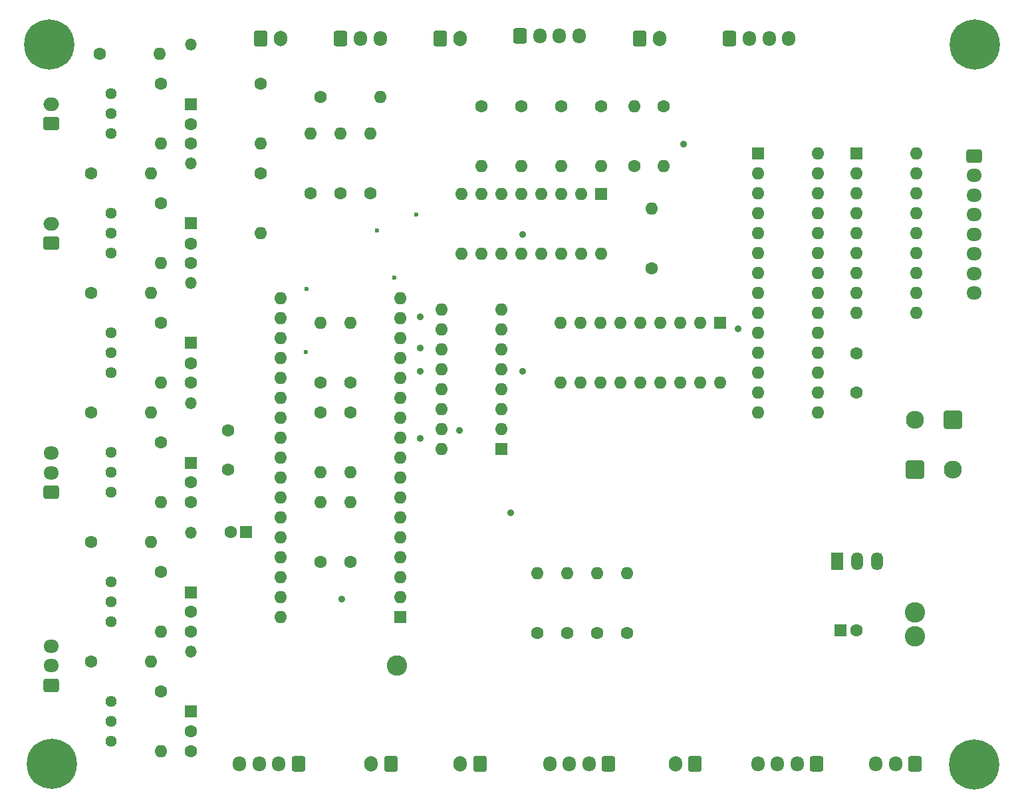
<source format=gbr>
%TF.GenerationSoftware,KiCad,Pcbnew,8.0.8-8.0.8-0~ubuntu24.04.1*%
%TF.CreationDate,2025-02-11T18:51:58+00:00*%
%TF.ProjectId,kicad-all-band-amp,6b696361-642d-4616-9c6c-2d62616e642d,rev?*%
%TF.SameCoordinates,Original*%
%TF.FileFunction,Copper,L3,Inr*%
%TF.FilePolarity,Positive*%
%FSLAX46Y46*%
G04 Gerber Fmt 4.6, Leading zero omitted, Abs format (unit mm)*
G04 Created by KiCad (PCBNEW 8.0.8-8.0.8-0~ubuntu24.04.1) date 2025-02-11 18:51:58*
%MOMM*%
%LPD*%
G01*
G04 APERTURE LIST*
G04 Aperture macros list*
%AMRoundRect*
0 Rectangle with rounded corners*
0 $1 Rounding radius*
0 $2 $3 $4 $5 $6 $7 $8 $9 X,Y pos of 4 corners*
0 Add a 4 corners polygon primitive as box body*
4,1,4,$2,$3,$4,$5,$6,$7,$8,$9,$2,$3,0*
0 Add four circle primitives for the rounded corners*
1,1,$1+$1,$2,$3*
1,1,$1+$1,$4,$5*
1,1,$1+$1,$6,$7*
1,1,$1+$1,$8,$9*
0 Add four rect primitives between the rounded corners*
20,1,$1+$1,$2,$3,$4,$5,0*
20,1,$1+$1,$4,$5,$6,$7,0*
20,1,$1+$1,$6,$7,$8,$9,0*
20,1,$1+$1,$8,$9,$2,$3,0*%
G04 Aperture macros list end*
%TA.AperFunction,ComponentPad*%
%ADD10R,1.600000X1.600000*%
%TD*%
%TA.AperFunction,ComponentPad*%
%ADD11O,1.600000X1.600000*%
%TD*%
%TA.AperFunction,ComponentPad*%
%ADD12C,1.440000*%
%TD*%
%TA.AperFunction,ComponentPad*%
%ADD13R,1.500000X1.500000*%
%TD*%
%TA.AperFunction,ComponentPad*%
%ADD14O,1.500000X1.500000*%
%TD*%
%TA.AperFunction,ComponentPad*%
%ADD15C,1.600000*%
%TD*%
%TA.AperFunction,ComponentPad*%
%ADD16RoundRect,0.250000X-0.600000X-0.725000X0.600000X-0.725000X0.600000X0.725000X-0.600000X0.725000X0*%
%TD*%
%TA.AperFunction,ComponentPad*%
%ADD17O,1.700000X1.950000*%
%TD*%
%TA.AperFunction,ComponentPad*%
%ADD18RoundRect,0.250000X0.750000X-0.600000X0.750000X0.600000X-0.750000X0.600000X-0.750000X-0.600000X0*%
%TD*%
%TA.AperFunction,ComponentPad*%
%ADD19O,2.000000X1.700000*%
%TD*%
%TA.AperFunction,ComponentPad*%
%ADD20RoundRect,0.250000X0.600000X0.750000X-0.600000X0.750000X-0.600000X-0.750000X0.600000X-0.750000X0*%
%TD*%
%TA.AperFunction,ComponentPad*%
%ADD21O,1.700000X2.000000*%
%TD*%
%TA.AperFunction,ComponentPad*%
%ADD22RoundRect,0.250000X0.725000X-0.600000X0.725000X0.600000X-0.725000X0.600000X-0.725000X-0.600000X0*%
%TD*%
%TA.AperFunction,ComponentPad*%
%ADD23O,1.950000X1.700000*%
%TD*%
%TA.AperFunction,ComponentPad*%
%ADD24RoundRect,0.250000X-0.600000X-0.750000X0.600000X-0.750000X0.600000X0.750000X-0.600000X0.750000X0*%
%TD*%
%TA.AperFunction,ComponentPad*%
%ADD25C,0.800000*%
%TD*%
%TA.AperFunction,ComponentPad*%
%ADD26C,6.400000*%
%TD*%
%TA.AperFunction,ComponentPad*%
%ADD27R,1.500000X2.300000*%
%TD*%
%TA.AperFunction,ComponentPad*%
%ADD28O,1.500000X2.300000*%
%TD*%
%TA.AperFunction,ComponentPad*%
%ADD29RoundRect,0.250000X0.600000X0.725000X-0.600000X0.725000X-0.600000X-0.725000X0.600000X-0.725000X0*%
%TD*%
%TA.AperFunction,ComponentPad*%
%ADD30C,2.600000*%
%TD*%
%TA.AperFunction,ComponentPad*%
%ADD31RoundRect,0.250000X-0.725000X0.600000X-0.725000X-0.600000X0.725000X-0.600000X0.725000X0.600000X0*%
%TD*%
%TA.AperFunction,ComponentPad*%
%ADD32RoundRect,0.250001X-0.899999X-0.899999X0.899999X-0.899999X0.899999X0.899999X-0.899999X0.899999X0*%
%TD*%
%TA.AperFunction,ComponentPad*%
%ADD33C,2.300000*%
%TD*%
%TA.AperFunction,ComponentPad*%
%ADD34RoundRect,0.250001X0.899999X0.899999X-0.899999X0.899999X-0.899999X-0.899999X0.899999X-0.899999X0*%
%TD*%
%TA.AperFunction,ViaPad*%
%ADD35C,0.900000*%
%TD*%
%TA.AperFunction,ViaPad*%
%ADD36C,0.600000*%
%TD*%
G04 APERTURE END LIST*
D10*
%TO.N,Net-(U2-GPB7)*%
%TO.C,U5*%
X162700000Y-83820000D03*
D11*
X160160000Y-83820000D03*
%TO.N,Net-(U2-GPB6)*%
X157620000Y-83820000D03*
X155080000Y-83820000D03*
%TO.N,Net-(U2-GPB5)*%
X152540000Y-83820000D03*
X150000000Y-83820000D03*
%TO.N,Net-(U2-GPB4)*%
X147460000Y-83820000D03*
X144920000Y-83820000D03*
%TO.N,VPP*%
X142380000Y-83820000D03*
%TO.N,GND*%
X142380000Y-91440000D03*
%TO.N,Net-(J13-Pin_4)*%
X144920000Y-91440000D03*
X147460000Y-91440000D03*
%TO.N,Net-(J13-Pin_3)*%
X150000000Y-91440000D03*
X152540000Y-91440000D03*
%TO.N,Net-(J13-Pin_2)*%
X155080000Y-91440000D03*
X157620000Y-91440000D03*
%TO.N,Net-(J13-Pin_1)*%
X160160000Y-91440000D03*
X162700000Y-91440000D03*
%TD*%
D12*
%TO.N,/RF_LEVEL*%
%TO.C,RV6*%
X85090000Y-54610000D03*
%TO.N,/A4*%
X85090000Y-57150000D03*
%TO.N,GND*%
X85090000Y-59690000D03*
%TD*%
D13*
%TO.N,/A4*%
%TO.C,D6*%
X95250000Y-55885000D03*
D14*
%TO.N,GND*%
X95250000Y-48265000D03*
%TD*%
D15*
%TO.N,Net-(J7-Pin_4)*%
%TO.C,R16*%
X147500000Y-56190000D03*
D11*
%TO.N,Net-(R16-Pad2)*%
X147500000Y-63810000D03*
%TD*%
D16*
%TO.N,GND*%
%TO.C,J6*%
X114380000Y-47500000D03*
D17*
%TO.N,/A2*%
X116880000Y-47500000D03*
%TO.N,+5V*%
X119380000Y-47500000D03*
%TD*%
D15*
%TO.N,/A4*%
%TO.C,C6*%
X95250000Y-58460000D03*
%TO.N,GND*%
X95250000Y-60960000D03*
%TD*%
%TO.N,/currrent*%
%TO.C,R5*%
X82550000Y-64770000D03*
D11*
%TO.N,/A5*%
X90170000Y-64770000D03*
%TD*%
D15*
%TO.N,+5V*%
%TO.C,C9*%
X100000000Y-102500000D03*
%TO.N,GND*%
X100000000Y-97500000D03*
%TD*%
D13*
%TO.N,/A6*%
%TO.C,D2*%
X95250000Y-86360000D03*
D14*
%TO.N,GND*%
X95250000Y-78740000D03*
%TD*%
D18*
%TO.N,GND*%
%TO.C,J4*%
X77470000Y-58420000D03*
D19*
%TO.N,/RF_LEVEL*%
X77470000Y-55920000D03*
%TD*%
D20*
%TO.N,Net-(A1-RXD2)*%
%TO.C,J14*%
X132100000Y-140000000D03*
D21*
%TO.N,Net-(A1-TXD2)*%
X129600000Y-140000000D03*
%TD*%
D15*
%TO.N,/A26*%
%TO.C,R8*%
X91440000Y-115570000D03*
D11*
%TO.N,GND*%
X91440000Y-123190000D03*
%TD*%
D22*
%TO.N,GND*%
%TO.C,J2*%
X77500000Y-105410000D03*
D23*
%TO.N,/REV2*%
X77500000Y-102910000D03*
%TO.N,/FWD2*%
X77500000Y-100410000D03*
%TD*%
D15*
%TO.N,/A5*%
%TO.C,C3*%
X95250000Y-73700000D03*
%TO.N,GND*%
X95250000Y-76200000D03*
%TD*%
D24*
%TO.N,GND*%
%TO.C,J17*%
X127040000Y-47500000D03*
D21*
%TO.N,/PWM*%
X129540000Y-47500000D03*
%TD*%
D25*
%TO.N,GND*%
%TO.C,H1*%
X192600000Y-140100000D03*
X193302944Y-138402944D03*
X193302944Y-141797056D03*
X195000000Y-137700000D03*
D26*
X195000000Y-140100000D03*
D25*
X195000000Y-142500000D03*
X196697056Y-138402944D03*
X196697056Y-141797056D03*
X197400000Y-140100000D03*
%TD*%
D13*
%TO.N,/A7*%
%TO.C,D1*%
X95250000Y-101605000D03*
D14*
%TO.N,GND*%
X95250000Y-93985000D03*
%TD*%
D16*
%TO.N,Net-(J7-Pin_1)*%
%TO.C,J7*%
X137220000Y-47200000D03*
D17*
%TO.N,Net-(J7-Pin_2)*%
X139720000Y-47200000D03*
%TO.N,Net-(J7-Pin_3)*%
X142220000Y-47200000D03*
%TO.N,Net-(J7-Pin_4)*%
X144720000Y-47200000D03*
%TD*%
D27*
%TO.N,VD*%
%TO.C,U6*%
X177553000Y-114207500D03*
D28*
%TO.N,GND*%
X180093000Y-114207500D03*
%TO.N,+5F*%
X182633000Y-114207500D03*
%TD*%
D15*
%TO.N,/D8*%
%TO.C,R30*%
X115570000Y-95250000D03*
D11*
%TO.N,+5V*%
X115570000Y-102870000D03*
%TD*%
D10*
%TO.N,Net-(U2-GPA7)*%
%TO.C,U4*%
X180000000Y-62230000D03*
D11*
%TO.N,Net-(U2-GPA6)*%
X180000000Y-64770000D03*
%TO.N,Net-(U2-GPA5)*%
X180000000Y-67310000D03*
%TO.N,Net-(U2-GPA4)*%
X180000000Y-69850000D03*
%TO.N,Net-(U2-GPA3)*%
X180000000Y-72390000D03*
%TO.N,Net-(U2-GPA2)*%
X180000000Y-74930000D03*
%TO.N,Net-(U2-GPA1)*%
X180000000Y-77470000D03*
%TO.N,Net-(U2-GPA0)*%
X180000000Y-80010000D03*
%TO.N,VCC*%
X180000000Y-82550000D03*
%TO.N,GND*%
X187620000Y-82550000D03*
%TO.N,Net-(J11-Pin_8)*%
X187620000Y-80010000D03*
%TO.N,Net-(J11-Pin_7)*%
X187620000Y-77470000D03*
%TO.N,Net-(J11-Pin_6)*%
X187620000Y-74930000D03*
%TO.N,Net-(J11-Pin_5)*%
X187620000Y-72390000D03*
%TO.N,Net-(J11-Pin_4)*%
X187620000Y-69850000D03*
%TO.N,Net-(J11-Pin_3)*%
X187620000Y-67310000D03*
%TO.N,Net-(J11-Pin_2)*%
X187620000Y-64770000D03*
%TO.N,Net-(J11-Pin_1)*%
X187620000Y-62230000D03*
%TD*%
D15*
%TO.N,Net-(J7-Pin_1)*%
%TO.C,R19*%
X132260000Y-56190000D03*
D11*
%TO.N,Net-(R19-Pad2)*%
X132260000Y-63810000D03*
%TD*%
D13*
%TO.N,/A5*%
%TO.C,D3*%
X95250000Y-71120000D03*
D14*
%TO.N,GND*%
X95250000Y-63500000D03*
%TD*%
D29*
%TO.N,GND*%
%TO.C,J19*%
X187500000Y-140000000D03*
D17*
%TO.N,VCC*%
X185000000Y-140000000D03*
%TO.N,+5F*%
X182500000Y-140000000D03*
%TD*%
D15*
%TO.N,/D12*%
%TO.C,R20*%
X154000000Y-76810000D03*
D11*
%TO.N,+5V*%
X154000000Y-69190000D03*
%TD*%
D29*
%TO.N,Net-(J13-Pin_1)*%
%TO.C,J13*%
X175000000Y-140000000D03*
D17*
%TO.N,Net-(J13-Pin_2)*%
X172500000Y-140000000D03*
%TO.N,Net-(J13-Pin_3)*%
X170000000Y-140000000D03*
%TO.N,Net-(J13-Pin_4)*%
X167500000Y-140000000D03*
%TD*%
D29*
%TO.N,GND*%
%TO.C,J9*%
X109000000Y-140000000D03*
D17*
%TO.N,/SDA*%
X106500000Y-140000000D03*
%TO.N,/SCL*%
X104000000Y-140000000D03*
%TO.N,+5V*%
X101500000Y-140000000D03*
%TD*%
D30*
%TO.N,Net-(A1-UDPI)*%
%TO.C,J18*%
X121500000Y-127500000D03*
%TD*%
D15*
%TO.N,/D9*%
%TO.C,R31*%
X111760000Y-95250000D03*
D11*
%TO.N,+5V*%
X111760000Y-102870000D03*
%TD*%
D15*
%TO.N,/A11*%
%TO.C,R14*%
X104140000Y-64770000D03*
D11*
%TO.N,GND*%
X104140000Y-72390000D03*
%TD*%
D15*
%TO.N,/RF_LEVEL*%
%TO.C,R11*%
X83690000Y-49530000D03*
D11*
%TO.N,/A4*%
X91310000Y-49530000D03*
%TD*%
D15*
%TO.N,/D23*%
%TO.C,R21*%
X118110000Y-67310000D03*
D11*
%TO.N,+5V*%
X118110000Y-59690000D03*
%TD*%
D15*
%TO.N,/A24*%
%TO.C,R10*%
X91440000Y-130810000D03*
D11*
%TO.N,GND*%
X91440000Y-138430000D03*
%TD*%
D15*
%TO.N,Net-(J10-Pin_2)*%
%TO.C,R28*%
X147000000Y-123310000D03*
D11*
%TO.N,Net-(R28-Pad2)*%
X147000000Y-115690000D03*
%TD*%
D24*
%TO.N,GND*%
%TO.C,J16*%
X152440000Y-47500000D03*
D21*
%TO.N,Net-(J16-Pin_2)*%
X154940000Y-47500000D03*
%TD*%
D15*
%TO.N,/A2*%
%TO.C,R15*%
X111760000Y-55000000D03*
D11*
%TO.N,+5V*%
X119380000Y-55000000D03*
%TD*%
D20*
%TO.N,GND*%
%TO.C,J8*%
X159500000Y-140000000D03*
D21*
%TO.N,VCC*%
X157000000Y-140000000D03*
%TD*%
D13*
%TO.N,/A26*%
%TO.C,D4*%
X95250000Y-118115000D03*
D14*
%TO.N,GND*%
X95250000Y-110495000D03*
%TD*%
D15*
%TO.N,/A26*%
%TO.C,C4*%
X95250000Y-120650000D03*
%TO.N,GND*%
X95250000Y-123150000D03*
%TD*%
D12*
%TO.N,/currrent*%
%TO.C,RV3*%
X85090000Y-69850000D03*
%TO.N,/A5*%
X85090000Y-72390000D03*
%TO.N,GND*%
X85090000Y-74930000D03*
%TD*%
D31*
%TO.N,Net-(J11-Pin_1)*%
%TO.C,J11*%
X195000000Y-62500000D03*
D23*
%TO.N,Net-(J11-Pin_2)*%
X195000000Y-65000000D03*
%TO.N,Net-(J11-Pin_3)*%
X195000000Y-67500000D03*
%TO.N,Net-(J11-Pin_4)*%
X195000000Y-70000000D03*
%TO.N,Net-(J11-Pin_5)*%
X195000000Y-72500000D03*
%TO.N,Net-(J11-Pin_6)*%
X195000000Y-75000000D03*
%TO.N,Net-(J11-Pin_7)*%
X195000000Y-77500000D03*
%TO.N,Net-(J11-Pin_8)*%
X195000000Y-80000000D03*
%TD*%
D10*
%TO.N,Net-(R16-Pad2)*%
%TO.C,U1*%
X147500000Y-67380000D03*
D11*
%TO.N,GND*%
X144960000Y-67380000D03*
%TO.N,Net-(R17-Pad2)*%
X142420000Y-67380000D03*
%TO.N,GND*%
X139880000Y-67380000D03*
%TO.N,Net-(R18-Pad2)*%
X137340000Y-67380000D03*
%TO.N,GND*%
X134800000Y-67380000D03*
%TO.N,Net-(R19-Pad2)*%
X132260000Y-67380000D03*
%TO.N,GND*%
X129720000Y-67380000D03*
X129720000Y-75000000D03*
%TO.N,/D15*%
X132260000Y-75000000D03*
%TO.N,GND*%
X134800000Y-75000000D03*
%TO.N,/D14*%
X137340000Y-75000000D03*
%TO.N,GND*%
X139880000Y-75000000D03*
%TO.N,/D23*%
X142420000Y-75000000D03*
%TO.N,GND*%
X144960000Y-75000000D03*
%TO.N,/D12*%
X147500000Y-75000000D03*
%TD*%
D15*
%TO.N,/50V_IN*%
%TO.C,R13*%
X104140000Y-53340000D03*
D11*
%TO.N,/A11*%
X104140000Y-60960000D03*
%TD*%
D15*
%TO.N,/A6*%
%TO.C,R4*%
X91440000Y-83820000D03*
D11*
%TO.N,GND*%
X91440000Y-91440000D03*
%TD*%
D15*
%TO.N,Net-(J10-Pin_4)*%
%TO.C,R26*%
X139380000Y-123310000D03*
D11*
%TO.N,Net-(R26-Pad2)*%
X139380000Y-115690000D03*
%TD*%
D12*
%TO.N,/REV2*%
%TO.C,RV2*%
X85090000Y-85090000D03*
%TO.N,/A6*%
X85090000Y-87630000D03*
%TO.N,GND*%
X85090000Y-90170000D03*
%TD*%
D15*
%TO.N,/A24*%
%TO.C,C5*%
X95250000Y-135890000D03*
%TO.N,GND*%
X95250000Y-138390000D03*
%TD*%
D20*
%TO.N,Net-(A1-RXD0)*%
%TO.C,J15*%
X120750000Y-140000000D03*
D21*
%TO.N,Net-(A1-TXD0)*%
X118250000Y-140000000D03*
%TD*%
D25*
%TO.N,GND*%
%TO.C,H2*%
X75200000Y-140000000D03*
X75902944Y-138302944D03*
X75902944Y-141697056D03*
X77600000Y-137600000D03*
D26*
X77600000Y-140000000D03*
D25*
X77600000Y-142400000D03*
X79297056Y-138302944D03*
X79297056Y-141697056D03*
X80000000Y-140000000D03*
%TD*%
D15*
%TO.N,/REV2*%
%TO.C,R3*%
X82550000Y-80010000D03*
D11*
%TO.N,/A6*%
X90170000Y-80010000D03*
%TD*%
D16*
%TO.N,Net-(J12-Pin_1)*%
%TO.C,J12*%
X163910000Y-47500000D03*
D17*
%TO.N,Net-(J12-Pin_2)*%
X166410000Y-47500000D03*
%TO.N,Net-(J12-Pin_3)*%
X168910000Y-47500000D03*
%TO.N,Net-(J12-Pin_4)*%
X171410000Y-47500000D03*
%TD*%
D15*
%TO.N,/A7*%
%TO.C,C1*%
X95250000Y-104140000D03*
%TO.N,GND*%
X95250000Y-106640000D03*
%TD*%
D24*
%TO.N,GND*%
%TO.C,J5*%
X104180000Y-47500000D03*
D21*
%TO.N,/50V_IN*%
X106680000Y-47500000D03*
%TD*%
D25*
%TO.N,GND*%
%TO.C,H3*%
X192700000Y-48302944D03*
X193402944Y-46605888D03*
X193402944Y-50000000D03*
X195100000Y-45902944D03*
D26*
X195100000Y-48302944D03*
D25*
X195100000Y-50702944D03*
X196797056Y-46605888D03*
X196797056Y-50000000D03*
X197500000Y-48302944D03*
%TD*%
D15*
%TO.N,/D14*%
%TO.C,R22*%
X114300000Y-67310000D03*
D11*
%TO.N,+5V*%
X114300000Y-59690000D03*
%TD*%
D15*
%TO.N,/A7*%
%TO.C,R2*%
X91440000Y-99060000D03*
D11*
%TO.N,GND*%
X91440000Y-106680000D03*
%TD*%
D15*
%TO.N,Net-(J16-Pin_2)*%
%TO.C,R34*%
X155500000Y-56190000D03*
D11*
%TO.N,/D13*%
X155500000Y-63810000D03*
%TD*%
%TO.N,+5V*%
%TO.C,R33*%
X111760000Y-83820000D03*
D15*
%TO.N,/D11*%
X111760000Y-91440000D03*
%TD*%
%TO.N,/A5*%
%TO.C,R6*%
X91440000Y-68580000D03*
D11*
%TO.N,GND*%
X91440000Y-76200000D03*
%TD*%
D15*
%TO.N,Net-(J7-Pin_2)*%
%TO.C,R18*%
X137340000Y-56190000D03*
D11*
%TO.N,Net-(R18-Pad2)*%
X137340000Y-63810000D03*
%TD*%
D12*
%TO.N,/REV1*%
%TO.C,RV4*%
X85090000Y-116840000D03*
%TO.N,/A26*%
X85090000Y-119380000D03*
%TO.N,GND*%
X85090000Y-121920000D03*
%TD*%
D15*
%TO.N,/D15*%
%TO.C,R23*%
X110490000Y-67310000D03*
D11*
%TO.N,+5V*%
X110490000Y-59690000D03*
%TD*%
D15*
%TO.N,/FWD2*%
%TO.C,R1*%
X82550000Y-95250000D03*
D11*
%TO.N,/A7*%
X90170000Y-95250000D03*
%TD*%
D15*
%TO.N,/A4*%
%TO.C,R12*%
X91440000Y-53340000D03*
D11*
%TO.N,GND*%
X91440000Y-60960000D03*
%TD*%
D22*
%TO.N,GND*%
%TO.C,J1*%
X77500000Y-130000000D03*
D23*
%TO.N,/REV1*%
X77500000Y-127500000D03*
%TO.N,/FWD1*%
X77500000Y-125000000D03*
%TD*%
D13*
%TO.N,/A24*%
%TO.C,D5*%
X95250000Y-133350000D03*
D14*
%TO.N,GND*%
X95250000Y-125730000D03*
%TD*%
D15*
%TO.N,Net-(J10-Pin_3)*%
%TO.C,R27*%
X143190000Y-123310000D03*
D11*
%TO.N,Net-(R27-Pad2)*%
X143190000Y-115690000D03*
%TD*%
D15*
%TO.N,/FWD1*%
%TO.C,R9*%
X82550000Y-127000000D03*
D11*
%TO.N,/A24*%
X90170000Y-127000000D03*
%TD*%
D10*
%TO.N,Net-(R26-Pad2)*%
%TO.C,U3*%
X134810000Y-99890000D03*
D11*
%TO.N,GND*%
X134810000Y-97350000D03*
%TO.N,Net-(R27-Pad2)*%
X134810000Y-94810000D03*
%TO.N,GND*%
X134810000Y-92270000D03*
%TO.N,Net-(R28-Pad2)*%
X134810000Y-89730000D03*
%TO.N,GND*%
X134810000Y-87190000D03*
%TO.N,Net-(R29-Pad2)*%
X134810000Y-84650000D03*
%TO.N,GND*%
X134810000Y-82110000D03*
X127190000Y-82110000D03*
%TO.N,/D11*%
X127190000Y-84650000D03*
%TO.N,GND*%
X127190000Y-87190000D03*
%TO.N,/D10*%
X127190000Y-89730000D03*
%TO.N,GND*%
X127190000Y-92270000D03*
%TO.N,/D9*%
X127190000Y-94810000D03*
%TO.N,GND*%
X127190000Y-97350000D03*
%TO.N,/D8*%
X127190000Y-99890000D03*
%TD*%
D15*
%TO.N,Net-(J10-Pin_1)*%
%TO.C,R29*%
X150810000Y-123310000D03*
D11*
%TO.N,Net-(R29-Pad2)*%
X150810000Y-115690000D03*
%TD*%
D10*
%TO.N,Net-(A1-UDPI)*%
%TO.C,A1*%
X121920000Y-121250000D03*
D11*
%TO.N,Net-(A1-TXD0)*%
X121920000Y-118710000D03*
%TO.N,Net-(A1-RXD0)*%
X121920000Y-116170000D03*
%TO.N,unconnected-(A1-RST_D26-Pad4)*%
X121920000Y-113630000D03*
%TO.N,GND*%
X121920000Y-111090000D03*
%TO.N,Net-(A1-TXD2)*%
X121920000Y-108550000D03*
%TO.N,Net-(A1-RXD2)*%
X121920000Y-106010000D03*
%TO.N,/SDA*%
X121920000Y-103470000D03*
%TO.N,/SCL*%
X121920000Y-100930000D03*
%TO.N,/D6*%
X121920000Y-98390000D03*
%TO.N,/D7*%
X121920000Y-95850000D03*
%TO.N,/D8*%
X121920000Y-93310000D03*
%TO.N,/D9*%
X121920000Y-90770000D03*
%TO.N,/D10*%
X121920000Y-88230000D03*
%TO.N,/D11*%
X121920000Y-85690000D03*
%TO.N,/D12*%
X121920000Y-83150000D03*
%TO.N,/PWM*%
X121920000Y-80610000D03*
%TO.N,/A24*%
X106680000Y-121250000D03*
%TO.N,VCC*%
X106680000Y-118710000D03*
%TO.N,GND*%
X106680000Y-116170000D03*
%TO.N,/A26*%
X106680000Y-113630000D03*
%TO.N,+5V*%
X106680000Y-111090000D03*
%TO.N,/A7*%
X106680000Y-108550000D03*
%TO.N,/A6*%
X106680000Y-106010000D03*
%TO.N,/A5*%
X106680000Y-103470000D03*
%TO.N,/A4*%
X106680000Y-100930000D03*
%TO.N,unconnected-(A1-D17{slash}A3-Pad27)*%
X106680000Y-98390000D03*
%TO.N,/A2*%
X106680000Y-95850000D03*
%TO.N,/D15*%
X106680000Y-93310000D03*
%TO.N,/D14*%
X106680000Y-90770000D03*
%TO.N,/A11*%
X106680000Y-88230000D03*
%TO.N,unconnected-(A1-+3.3v-Pad32)*%
X106680000Y-85690000D03*
%TO.N,/D13*%
X106680000Y-83150000D03*
%TO.N,/D23*%
X106680000Y-80610000D03*
%TD*%
D15*
%TO.N,+5V*%
%TO.C,R24*%
X115570000Y-114300000D03*
D11*
%TO.N,/SDA*%
X115570000Y-106680000D03*
%TD*%
D15*
%TO.N,/REV1*%
%TO.C,R7*%
X82550000Y-111760000D03*
D11*
%TO.N,/A26*%
X90170000Y-111760000D03*
%TD*%
D18*
%TO.N,GND*%
%TO.C,J3*%
X77500000Y-73660000D03*
D19*
%TO.N,/currrent*%
X77500000Y-71160000D03*
%TD*%
D29*
%TO.N,Net-(J10-Pin_1)*%
%TO.C,J10*%
X148500000Y-140000000D03*
D17*
%TO.N,Net-(J10-Pin_2)*%
X146000000Y-140000000D03*
%TO.N,Net-(J10-Pin_3)*%
X143500000Y-140000000D03*
%TO.N,Net-(J10-Pin_4)*%
X141000000Y-140000000D03*
%TD*%
D15*
%TO.N,/D13*%
%TO.C,R35*%
X151750000Y-63810000D03*
D11*
%TO.N,GND*%
X151750000Y-56190000D03*
%TD*%
D15*
%TO.N,/D10*%
%TO.C,R32*%
X115570000Y-91440000D03*
D11*
%TO.N,+5V*%
X115570000Y-83820000D03*
%TD*%
D15*
%TO.N,GND*%
%TO.C,C8*%
X180000000Y-92670000D03*
%TO.N,+5V*%
X180000000Y-87670000D03*
%TD*%
D32*
%TO.N,+5F*%
%TO.C,JP2*%
X187500000Y-102500000D03*
D33*
%TO.N,VPP*%
X192300000Y-102500000D03*
%TD*%
D34*
%TO.N,VCC*%
%TO.C,JP1*%
X192300000Y-96150000D03*
D33*
%TO.N,VPP*%
X187500000Y-96150000D03*
%TD*%
D10*
%TO.N,VD*%
%TO.C,C10*%
X178000000Y-123000000D03*
D15*
%TO.N,GND*%
X180000000Y-123000000D03*
%TD*%
%TO.N,/A6*%
%TO.C,C2*%
X95250000Y-88940000D03*
%TO.N,GND*%
X95250000Y-91440000D03*
%TD*%
D10*
%TO.N,+5V*%
%TO.C,C7*%
X102330000Y-110490000D03*
D15*
%TO.N,GND*%
X100330000Y-110490000D03*
%TD*%
D30*
%TO.N,VD*%
%TO.C,L1*%
X187500000Y-123722500D03*
%TO.N,VCC*%
X187500000Y-120722500D03*
%TD*%
D12*
%TO.N,/FWD2*%
%TO.C,RV1*%
X85090000Y-100330000D03*
%TO.N,/A7*%
X85090000Y-102870000D03*
%TO.N,GND*%
X85090000Y-105410000D03*
%TD*%
D15*
%TO.N,Net-(J7-Pin_3)*%
%TO.C,R17*%
X142420000Y-56190000D03*
D11*
%TO.N,Net-(R17-Pad2)*%
X142420000Y-63810000D03*
%TD*%
D15*
%TO.N,+5V*%
%TO.C,R25*%
X111760000Y-114300000D03*
D11*
%TO.N,/SCL*%
X111760000Y-106680000D03*
%TD*%
D25*
%TO.N,GND*%
%TO.C,H4*%
X74897056Y-48302944D03*
X75600000Y-46605888D03*
X75600000Y-50000000D03*
X77297056Y-45902944D03*
D26*
X77297056Y-48302944D03*
D25*
X77297056Y-50702944D03*
X78994112Y-46605888D03*
X78994112Y-50000000D03*
X79697056Y-48302944D03*
%TD*%
D12*
%TO.N,/FWD1*%
%TO.C,RV5*%
X85090000Y-132080000D03*
%TO.N,/A24*%
X85090000Y-134620000D03*
%TO.N,GND*%
X85090000Y-137160000D03*
%TD*%
D10*
%TO.N,Net-(J12-Pin_4)*%
%TO.C,U2*%
X167500000Y-62230000D03*
D11*
%TO.N,Net-(J12-Pin_3)*%
X167500000Y-64770000D03*
%TO.N,Net-(J12-Pin_2)*%
X167500000Y-67310000D03*
%TO.N,Net-(J12-Pin_1)*%
X167500000Y-69850000D03*
%TO.N,Net-(U2-GPB4)*%
X167500000Y-72390000D03*
%TO.N,Net-(U2-GPB5)*%
X167500000Y-74930000D03*
%TO.N,Net-(U2-GPB6)*%
X167500000Y-77470000D03*
%TO.N,Net-(U2-GPB7)*%
X167500000Y-80010000D03*
%TO.N,+5V*%
X167500000Y-82550000D03*
%TO.N,GND*%
X167500000Y-85090000D03*
%TO.N,unconnected-(U2-NC-Pad11)*%
X167500000Y-87630000D03*
%TO.N,/SCL*%
X167500000Y-90170000D03*
%TO.N,/SDA*%
X167500000Y-92710000D03*
%TO.N,unconnected-(U2-NC-Pad14)*%
X167500000Y-95250000D03*
%TO.N,GND*%
X175120000Y-95250000D03*
X175120000Y-92710000D03*
X175120000Y-90170000D03*
%TO.N,+5V*%
X175120000Y-87630000D03*
%TO.N,/D6*%
X175120000Y-85090000D03*
%TO.N,unconnected-(U2-INTA-Pad20)*%
X175120000Y-82550000D03*
%TO.N,Net-(U2-GPA0)*%
X175120000Y-80010000D03*
%TO.N,Net-(U2-GPA1)*%
X175120000Y-77470000D03*
%TO.N,Net-(U2-GPA2)*%
X175120000Y-74930000D03*
%TO.N,Net-(U2-GPA3)*%
X175120000Y-72390000D03*
%TO.N,Net-(U2-GPA4)*%
X175120000Y-69850000D03*
%TO.N,Net-(U2-GPA5)*%
X175120000Y-67310000D03*
%TO.N,Net-(U2-GPA6)*%
X175120000Y-64770000D03*
%TO.N,Net-(U2-GPA7)*%
X175120000Y-62230000D03*
%TD*%
D35*
%TO.N,GND*%
X129500000Y-97500000D03*
X124500000Y-98500000D03*
X165000000Y-84500000D03*
X124500000Y-90000000D03*
X124500000Y-87000000D03*
X124500000Y-83000000D03*
X137500000Y-90000000D03*
X137500000Y-72500000D03*
X136000000Y-108000000D03*
%TO.N,VCC*%
X114500000Y-119000000D03*
%TO.N,+5V*%
X158000000Y-61000000D03*
D36*
%TO.N,/D13*%
X124000000Y-70000000D03*
%TO.N,/D14*%
X109975000Y-87475000D03*
X110000000Y-79500000D03*
%TO.N,/D15*%
X121180000Y-78000000D03*
%TO.N,/D14*%
X119000000Y-72000000D03*
%TD*%
M02*

</source>
